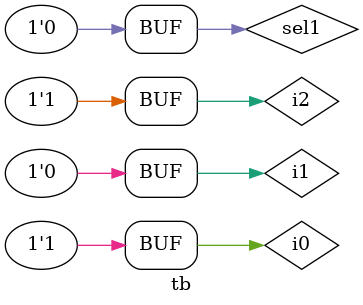
<source format=v>
module tb;
  reg sel0,sel1;
  reg i0,i1,i2;
  wire y;
  
  mux_3_1 mux(sel0,sel1, i0, i1, i2, y);
  
  initial begin
    $monitor("sel0 = %b ,sel1 = %b, i2 = %0b ,i1 = %0b, i0 = %0b -> y = %0b", sel0,sel1,i2,i1,i0, y);
    {i2,i1,i0} = 4'h5;
    repeat(10) begin
      {sel1,sel0} = $random;
      #5;
    end
  end

  initial
    begin
      $dumpfile("mux_3_1.vcd");
      $dumpvars(1);
    end
endmodule

</source>
